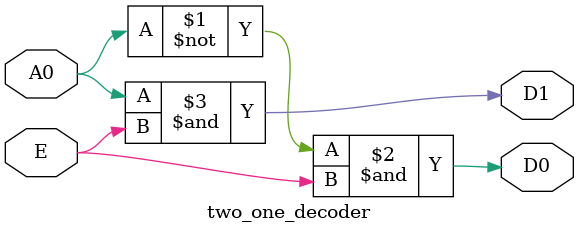
<source format=sv>
`timescale 1ns / 1ps


module two_one_decoder(input logic A0, E, output logic D0 , D1);
    assign D0 = ~A0&E;
    assign D1 = A0&E; 
endmodule

</source>
